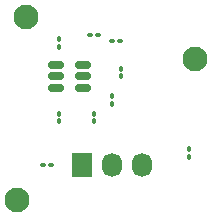
<source format=gbr>
%TF.GenerationSoftware,KiCad,Pcbnew,9.0.1*%
%TF.CreationDate,2025-05-20T00:04:45-05:00*%
%TF.ProjectId,myproject,6d797072-6f6a-4656-9374-2e6b69636164,rev?*%
%TF.SameCoordinates,Original*%
%TF.FileFunction,Soldermask,Top*%
%TF.FilePolarity,Negative*%
%FSLAX46Y46*%
G04 Gerber Fmt 4.6, Leading zero omitted, Abs format (unit mm)*
G04 Created by KiCad (PCBNEW 9.0.1) date 2025-05-20 00:04:45*
%MOMM*%
%LPD*%
G01*
G04 APERTURE LIST*
G04 Aperture macros list*
%AMRoundRect*
0 Rectangle with rounded corners*
0 $1 Rounding radius*
0 $2 $3 $4 $5 $6 $7 $8 $9 X,Y pos of 4 corners*
0 Add a 4 corners polygon primitive as box body*
4,1,4,$2,$3,$4,$5,$6,$7,$8,$9,$2,$3,0*
0 Add four circle primitives for the rounded corners*
1,1,$1+$1,$2,$3*
1,1,$1+$1,$4,$5*
1,1,$1+$1,$6,$7*
1,1,$1+$1,$8,$9*
0 Add four rect primitives between the rounded corners*
20,1,$1+$1,$2,$3,$4,$5,0*
20,1,$1+$1,$4,$5,$6,$7,0*
20,1,$1+$1,$6,$7,$8,$9,0*
20,1,$1+$1,$8,$9,$2,$3,0*%
G04 Aperture macros list end*
%ADD10C,2.100000*%
%ADD11RoundRect,0.150000X-0.512500X-0.150000X0.512500X-0.150000X0.512500X0.150000X-0.512500X0.150000X0*%
%ADD12RoundRect,0.100000X-0.100000X0.130000X-0.100000X-0.130000X0.100000X-0.130000X0.100000X0.130000X0*%
%ADD13RoundRect,0.100000X0.100000X-0.130000X0.100000X0.130000X-0.100000X0.130000X-0.100000X-0.130000X0*%
%ADD14R,1.730000X2.030000*%
%ADD15O,1.730000X2.030000*%
%ADD16RoundRect,0.100000X-0.130000X-0.100000X0.130000X-0.100000X0.130000X0.100000X-0.130000X0.100000X0*%
%ADD17RoundRect,0.100000X0.130000X0.100000X-0.130000X0.100000X-0.130000X-0.100000X0.130000X-0.100000X0*%
G04 APERTURE END LIST*
D10*
%TO.C,*%
X2000000Y-18000000D03*
%TD*%
%TO.C,*%
X2750000Y-2500000D03*
%TD*%
D11*
%TO.C,U1*%
X7540000Y-6550000D03*
X7540000Y-7500000D03*
X7540000Y-8450000D03*
X5265000Y-8450000D03*
X5265000Y-7500000D03*
X5265000Y-6550000D03*
%TD*%
D10*
%TO.C,REF\u002A\u002A*%
X17000000Y-6000000D03*
%TD*%
D12*
%TO.C,R3*%
X10040000Y-9820000D03*
X10040000Y-9180000D03*
%TD*%
D13*
%TO.C,C2*%
X16500000Y-14320000D03*
X16500000Y-13680000D03*
%TD*%
D12*
%TO.C,R2*%
X5540000Y-10680000D03*
X5540000Y-11320000D03*
%TD*%
D14*
%TO.C,J1*%
X7460000Y-15000000D03*
D15*
X10000000Y-15000000D03*
X12540000Y-15000000D03*
%TD*%
D16*
%TO.C,D2*%
X10040000Y-4500000D03*
X10680000Y-4500000D03*
%TD*%
D12*
%TO.C,R4*%
X10800000Y-6835000D03*
X10800000Y-7475000D03*
%TD*%
D13*
%TO.C,C1*%
X8500000Y-10680000D03*
X8500000Y-11320000D03*
%TD*%
D12*
%TO.C,D1*%
X5540000Y-4975000D03*
X5540000Y-4335000D03*
%TD*%
D17*
%TO.C,L1*%
X4180000Y-15000000D03*
X4820000Y-15000000D03*
%TD*%
D16*
%TO.C,R5*%
X8820000Y-4000000D03*
X8180000Y-4000000D03*
%TD*%
M02*

</source>
